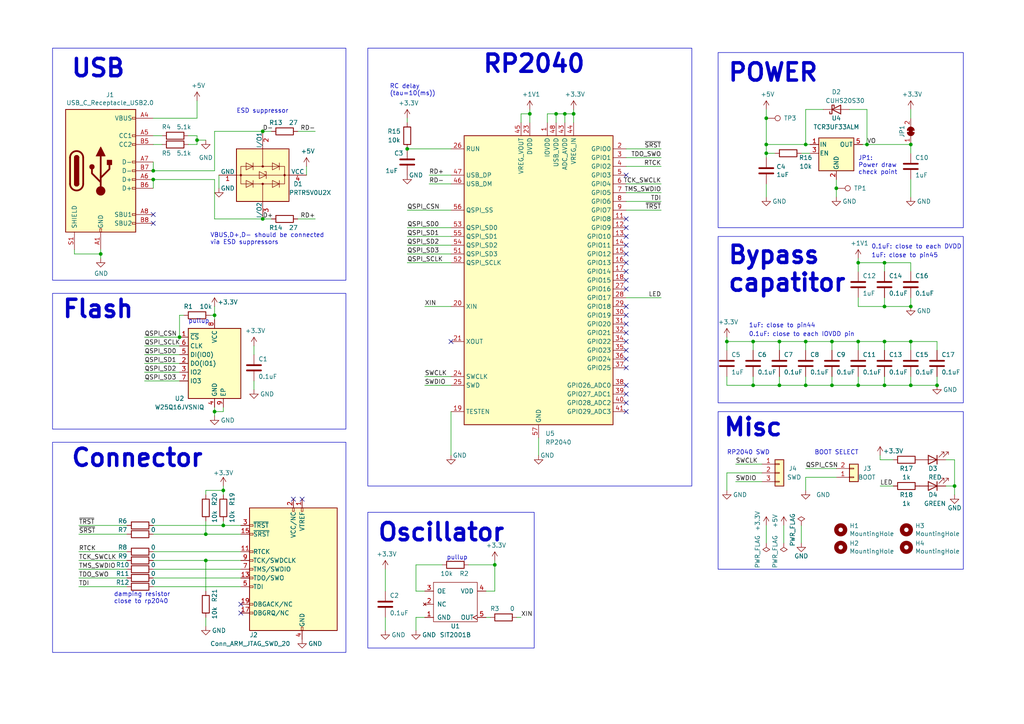
<source format=kicad_sch>
(kicad_sch (version 20230121) (generator eeschema)
  (paper "A4")
  (title_block (title "RP2040 JTAG DEBUGGER") (date "2023-03-21") (rev "2022-03-21") (company "tnishinaga"))
  (junction (at 248.92 76.2))
  (junction (at 64.77 142.24))
  (junction (at 57.15 40.64))
  (junction (at 29.21 73.66))
  (junction (at 59.69 154.94))
  (junction (at 256.54 111.76))
  (junction (at 62.23 119.38))
  (junction (at 264.16 111.76))
  (junction (at 143.51 163.83))
  (junction (at 276.86 140.97))
  (junction (at 161.29 33.02))
  (junction (at 59.69 162.56))
  (junction (at 218.44 111.76))
  (junction (at 118.11 43.18))
  (junction (at 52.07 97.79))
  (junction (at 256.54 88.9))
  (junction (at 222.25 41.91))
  (junction (at 166.37 33.02))
  (junction (at 62.23 91.44))
  (junction (at 233.68 41.91))
  (junction (at 241.3 99.06))
  (junction (at 256.54 76.2))
  (junction (at 248.92 111.76))
  (junction (at 233.68 111.76))
  (junction (at 226.06 111.76))
  (junction (at 163.83 33.02))
  (junction (at 76.2 38.1))
  (junction (at 76.2 63.5))
  (junction (at 222.25 44.45))
  (junction (at 242.57 54.61))
  (junction (at 210.82 99.06))
  (junction (at 226.06 99.06))
  (junction (at 251.46 41.91))
  (junction (at 44.45 49.53))
  (junction (at 64.77 152.4))
  (junction (at 264.16 99.06))
  (junction (at 44.45 52.07))
  (junction (at 256.54 99.06))
  (junction (at 233.68 99.06))
  (junction (at 248.92 99.06))
  (junction (at 241.3 111.76))
  (junction (at 222.25 34.29))
  (junction (at 153.67 33.02))
  (junction (at 218.44 99.06))
  (junction (at 264.16 41.91))
  (junction (at 271.78 111.76))
  (junction (at 264.16 88.9))
  (no_connect (at 85.09 144.78))
  (no_connect (at 181.61 83.82))
  (no_connect (at 130.81 99.06))
  (no_connect (at 181.61 66.04))
  (no_connect (at 181.61 68.58))
  (no_connect (at 44.45 62.23))
  (no_connect (at 69.85 177.8))
  (no_connect (at 181.61 119.38))
  (no_connect (at 181.61 93.98))
  (no_connect (at 181.61 99.06))
  (no_connect (at 181.61 106.68))
  (no_connect (at 181.61 76.2))
  (no_connect (at 44.45 64.77))
  (no_connect (at 181.61 63.5))
  (no_connect (at 181.61 111.76))
  (no_connect (at 181.61 78.74))
  (no_connect (at 181.61 101.6))
  (no_connect (at 181.61 114.3))
  (no_connect (at 181.61 91.44))
  (no_connect (at 69.85 175.26))
  (no_connect (at 181.61 81.28))
  (no_connect (at 181.61 116.84))
  (no_connect (at 181.61 104.14))
  (no_connect (at 181.61 50.8))
  (no_connect (at 87.63 144.78))
  (no_connect (at 181.61 96.52))
  (no_connect (at 181.61 73.66))
  (no_connect (at 181.61 88.9))
  (no_connect (at 181.61 71.12))
  (wire (pts (xy 44.45 46.99) (xy 44.45 49.53)))
  (wire (pts (xy 52.07 110.49) (xy 41.91 110.49)))
  (wire (pts (xy 241.3 109.22) (xy 241.3 111.76)))
  (wire (pts (xy 44.45 160.02) (xy 69.85 160.02)))
  (wire (pts (xy 64.77 152.4) (xy 69.85 152.4)))
  (wire (pts (xy 76.2 63.5) (xy 78.74 63.5)))
  (wire (pts (xy 248.92 74.93) (xy 248.92 76.2)))
  (wire (pts (xy 251.46 31.75) (xy 251.46 41.91)))
  (wire (pts (xy 130.81 119.38) (xy 130.81 132.08)))
  (wire (pts (xy 264.16 86.36) (xy 264.16 88.9)))
  (wire (pts (xy 276.86 140.97) (xy 274.32 140.97)))
  (wire (pts (xy 181.61 43.18) (xy 191.77 43.18)))
  (wire (pts (xy 210.82 137.16) (xy 210.82 142.24)))
  (wire (pts (xy 233.68 109.22) (xy 233.68 111.76)))
  (wire (pts (xy 256.54 111.76) (xy 264.16 111.76)))
  (wire (pts (xy 226.06 99.06) (xy 233.68 99.06)))
  (wire (pts (xy 57.15 39.37) (xy 57.15 40.64)))
  (wire (pts (xy 60.96 91.44) (xy 62.23 91.44)))
  (wire (pts (xy 248.92 88.9) (xy 256.54 88.9)))
  (wire (pts (xy 21.59 73.66) (xy 21.59 72.39)))
  (wire (pts (xy 62.23 118.11) (xy 62.23 119.38)))
  (wire (pts (xy 166.37 33.02) (xy 166.37 35.56)))
  (wire (pts (xy 227.33 152.4) (xy 227.33 157.48)))
  (wire (pts (xy 62.23 52.07) (xy 62.23 63.5)))
  (wire (pts (xy 181.61 45.72) (xy 191.77 45.72)))
  (wire (pts (xy 222.25 44.45) (xy 222.25 45.72)))
  (wire (pts (xy 242.57 138.43) (xy 233.68 138.43)))
  (wire (pts (xy 210.82 111.76) (xy 218.44 111.76)))
  (wire (pts (xy 86.36 38.1) (xy 91.44 38.1)))
  (wire (pts (xy 218.44 99.06) (xy 226.06 99.06)))
  (wire (pts (xy 62.23 91.44) (xy 62.23 92.71)))
  (wire (pts (xy 44.45 152.4) (xy 64.77 152.4)))
  (wire (pts (xy 222.25 41.91) (xy 222.25 44.45)))
  (wire (pts (xy 54.61 39.37) (xy 57.15 39.37)))
  (wire (pts (xy 118.11 43.18) (xy 130.81 43.18)))
  (wire (pts (xy 123.19 179.07) (xy 120.65 179.07)))
  (wire (pts (xy 59.69 154.94) (xy 69.85 154.94)))
  (wire (pts (xy 276.86 133.35) (xy 276.86 140.97)))
  (wire (pts (xy 62.23 63.5) (xy 76.2 63.5)))
  (wire (pts (xy 120.65 163.83) (xy 120.65 171.45)))
  (wire (pts (xy 118.11 68.58) (xy 130.81 68.58)))
  (wire (pts (xy 233.68 138.43) (xy 233.68 142.24)))
  (wire (pts (xy 248.92 76.2) (xy 256.54 76.2)))
  (wire (pts (xy 44.45 167.64) (xy 69.85 167.64)))
  (wire (pts (xy 22.86 160.02) (xy 36.83 160.02)))
  (wire (pts (xy 238.76 31.75) (xy 233.68 31.75)))
  (wire (pts (xy 59.69 162.56) (xy 59.69 171.45)))
  (wire (pts (xy 158.75 35.56) (xy 158.75 33.02)))
  (wire (pts (xy 120.65 179.07) (xy 120.65 182.88)))
  (wire (pts (xy 44.45 49.53) (xy 62.23 49.53)))
  (wire (pts (xy 271.78 99.06) (xy 264.16 99.06)))
  (wire (pts (xy 242.57 54.61) (xy 242.57 57.15)))
  (wire (pts (xy 242.57 52.07) (xy 242.57 54.61)))
  (wire (pts (xy 118.11 76.2) (xy 130.81 76.2)))
  (wire (pts (xy 64.77 142.24) (xy 59.69 142.24)))
  (wire (pts (xy 241.3 111.76) (xy 248.92 111.76)))
  (wire (pts (xy 264.16 111.76) (xy 264.16 109.22)))
  (wire (pts (xy 256.54 109.22) (xy 256.54 111.76)))
  (wire (pts (xy 44.45 52.07) (xy 62.23 52.07)))
  (wire (pts (xy 210.82 109.22) (xy 210.82 111.76)))
  (wire (pts (xy 218.44 101.6) (xy 218.44 99.06)))
  (wire (pts (xy 241.3 101.6) (xy 241.3 99.06)))
  (wire (pts (xy 241.3 99.06) (xy 248.92 99.06)))
  (wire (pts (xy 256.54 86.36) (xy 256.54 88.9)))
  (wire (pts (xy 161.29 33.02) (xy 163.83 33.02)))
  (wire (pts (xy 222.25 41.91) (xy 233.68 41.91)))
  (wire (pts (xy 22.86 170.18) (xy 36.83 170.18)))
  (wire (pts (xy 22.86 154.94) (xy 36.83 154.94)))
  (wire (pts (xy 156.21 127) (xy 156.21 132.08)))
  (wire (pts (xy 153.67 33.02) (xy 153.67 35.56)))
  (wire (pts (xy 123.19 109.22) (xy 130.81 109.22)))
  (wire (pts (xy 73.66 100.33) (xy 73.66 102.87)))
  (wire (pts (xy 271.78 101.6) (xy 271.78 99.06)))
  (wire (pts (xy 140.97 179.07) (xy 142.24 179.07)))
  (wire (pts (xy 248.92 111.76) (xy 256.54 111.76)))
  (wire (pts (xy 73.66 113.03) (xy 73.66 110.49)))
  (wire (pts (xy 226.06 111.76) (xy 233.68 111.76)))
  (wire (pts (xy 44.45 162.56) (xy 59.69 162.56)))
  (wire (pts (xy 264.16 99.06) (xy 264.16 101.6)))
  (wire (pts (xy 161.29 33.02) (xy 161.29 35.56)))
  (wire (pts (xy 29.21 72.39) (xy 29.21 73.66)))
  (wire (pts (xy 232.41 44.45) (xy 234.95 44.45)))
  (wire (pts (xy 118.11 34.29) (xy 118.11 35.56)))
  (wire (pts (xy 64.77 118.11) (xy 64.77 119.38)))
  (wire (pts (xy 44.45 54.61) (xy 44.45 52.07)))
  (wire (pts (xy 153.67 33.02) (xy 151.13 33.02)))
  (wire (pts (xy 158.75 33.02) (xy 161.29 33.02)))
  (wire (pts (xy 44.45 41.91) (xy 46.99 41.91)))
  (wire (pts (xy 256.54 88.9) (xy 264.16 88.9)))
  (wire (pts (xy 135.89 163.83) (xy 143.51 163.83)))
  (wire (pts (xy 124.46 50.8) (xy 130.81 50.8)))
  (wire (pts (xy 86.36 63.5) (xy 91.44 63.5)))
  (wire (pts (xy 59.69 151.13) (xy 59.69 154.94)))
  (wire (pts (xy 210.82 99.06) (xy 218.44 99.06)))
  (wire (pts (xy 41.91 100.33) (xy 52.07 100.33)))
  (wire (pts (xy 233.68 135.89) (xy 242.57 135.89)))
  (wire (pts (xy 226.06 109.22) (xy 226.06 111.76)))
  (wire (pts (xy 233.68 101.6) (xy 233.68 99.06)))
  (wire (pts (xy 233.68 99.06) (xy 241.3 99.06)))
  (wire (pts (xy 163.83 33.02) (xy 166.37 33.02)))
  (wire (pts (xy 64.77 151.13) (xy 64.77 152.4)))
  (wire (pts (xy 181.61 60.96) (xy 191.77 60.96)))
  (wire (pts (xy 64.77 142.24) (xy 64.77 143.51)))
  (wire (pts (xy 181.61 48.26) (xy 191.77 48.26)))
  (wire (pts (xy 256.54 99.06) (xy 264.16 99.06)))
  (wire (pts (xy 248.92 76.2) (xy 248.92 78.74)))
  (wire (pts (xy 22.86 167.64) (xy 36.83 167.64)))
  (wire (pts (xy 57.15 29.21) (xy 57.15 34.29)))
  (wire (pts (xy 59.69 179.07) (xy 59.69 181.61)))
  (wire (pts (xy 153.67 31.75) (xy 153.67 33.02)))
  (wire (pts (xy 222.25 44.45) (xy 224.79 44.45)))
  (wire (pts (xy 181.61 58.42) (xy 191.77 58.42)))
  (wire (pts (xy 274.32 133.35) (xy 276.86 133.35)))
  (wire (pts (xy 222.25 34.29) (xy 222.25 41.91)))
  (wire (pts (xy 233.68 41.91) (xy 234.95 41.91)))
  (wire (pts (xy 149.86 179.07) (xy 151.13 179.07)))
  (wire (pts (xy 111.76 182.88) (xy 111.76 179.07)))
  (wire (pts (xy 264.16 111.76) (xy 271.78 111.76)))
  (wire (pts (xy 166.37 31.75) (xy 166.37 33.02)))
  (wire (pts (xy 44.45 154.94) (xy 59.69 154.94)))
  (wire (pts (xy 62.23 119.38) (xy 62.23 120.65)))
  (wire (pts (xy 130.81 60.96) (xy 118.11 60.96)))
  (wire (pts (xy 59.69 162.56) (xy 69.85 162.56)))
  (wire (pts (xy 256.54 76.2) (xy 264.16 76.2)))
  (wire (pts (xy 29.21 73.66) (xy 29.21 74.93)))
  (wire (pts (xy 118.11 73.66) (xy 130.81 73.66)))
  (wire (pts (xy 44.45 34.29) (xy 57.15 34.29)))
  (wire (pts (xy 143.51 163.83) (xy 143.51 171.45)))
  (wire (pts (xy 220.98 137.16) (xy 210.82 137.16)))
  (wire (pts (xy 57.15 40.64) (xy 57.15 41.91)))
  (wire (pts (xy 22.86 152.4) (xy 36.83 152.4)))
  (wire (pts (xy 44.45 170.18) (xy 69.85 170.18)))
  (wire (pts (xy 251.46 41.91) (xy 264.16 41.91)))
  (wire (pts (xy 213.36 134.62) (xy 220.98 134.62)))
  (wire (pts (xy 226.06 101.6) (xy 226.06 99.06)))
  (wire (pts (xy 264.16 41.91) (xy 264.16 44.45)))
  (wire (pts (xy 248.92 99.06) (xy 256.54 99.06)))
  (wire (pts (xy 52.07 102.87) (xy 41.91 102.87)))
  (wire (pts (xy 151.13 33.02) (xy 151.13 35.56)))
  (wire (pts (xy 76.2 38.1) (xy 62.23 38.1)))
  (wire (pts (xy 250.19 41.91) (xy 251.46 41.91)))
  (wire (pts (xy 255.27 140.97) (xy 259.08 140.97)))
  (wire (pts (xy 256.54 78.74) (xy 256.54 76.2)))
  (wire (pts (xy 62.23 88.9) (xy 62.23 91.44)))
  (wire (pts (xy 52.07 91.44) (xy 52.07 97.79)))
  (wire (pts (xy 62.23 38.1) (xy 62.23 49.53)))
  (wire (pts (xy 248.92 109.22) (xy 248.92 111.76)))
  (wire (pts (xy 264.16 52.07) (xy 264.16 57.15)))
  (wire (pts (xy 41.91 107.95) (xy 52.07 107.95)))
  (wire (pts (xy 255.27 133.35) (xy 259.08 133.35)))
  (wire (pts (xy 276.86 143.51) (xy 276.86 140.97)))
  (wire (pts (xy 246.38 31.75) (xy 251.46 31.75)))
  (wire (pts (xy 46.99 39.37) (xy 44.45 39.37)))
  (wire (pts (xy 271.78 109.22) (xy 271.78 111.76)))
  (wire (pts (xy 181.61 53.34) (xy 191.77 53.34)))
  (wire (pts (xy 130.81 66.04) (xy 118.11 66.04)))
  (wire (pts (xy 63.5 50.8) (xy 63.5 54.61)))
  (wire (pts (xy 120.65 171.45) (xy 123.19 171.45)))
  (wire (pts (xy 53.34 91.44) (xy 52.07 91.44)))
  (wire (pts (xy 123.19 88.9) (xy 130.81 88.9)))
  (wire (pts (xy 248.92 86.36) (xy 248.92 88.9)))
  (wire (pts (xy 255.27 133.35) (xy 255.27 132.08)))
  (wire (pts (xy 222.25 152.4) (xy 222.25 157.48)))
  (wire (pts (xy 41.91 105.41) (xy 52.07 105.41)))
  (wire (pts (xy 76.2 38.1) (xy 78.74 38.1)))
  (wire (pts (xy 88.9 48.26) (xy 88.9 50.8)))
  (wire (pts (xy 218.44 111.76) (xy 226.06 111.76)))
  (wire (pts (xy 62.23 119.38) (xy 64.77 119.38)))
  (wire (pts (xy 111.76 165.1) (xy 111.76 171.45)))
  (wire (pts (xy 29.21 73.66) (xy 21.59 73.66)))
  (wire (pts (xy 222.25 53.34) (xy 222.25 57.15)))
  (wire (pts (xy 64.77 140.97) (xy 64.77 142.24)))
  (wire (pts (xy 264.16 31.75) (xy 264.16 34.29)))
  (wire (pts (xy 124.46 53.34) (xy 130.81 53.34)))
  (wire (pts (xy 59.69 142.24) (xy 59.69 143.51)))
  (wire (pts (xy 181.61 86.36) (xy 191.77 86.36)))
  (wire (pts (xy 233.68 31.75) (xy 233.68 41.91)))
  (wire (pts (xy 54.61 41.91) (xy 57.15 41.91)))
  (wire (pts (xy 22.86 162.56) (xy 36.83 162.56)))
  (wire (pts (xy 130.81 71.12) (xy 118.11 71.12)))
  (wire (pts (xy 256.54 101.6) (xy 256.54 99.06)))
  (wire (pts (xy 143.51 171.45) (xy 140.97 171.45)))
  (wire (pts (xy 210.82 99.06) (xy 210.82 101.6)))
  (wire (pts (xy 264.16 78.74) (xy 264.16 76.2)))
  (wire (pts (xy 210.82 97.79) (xy 210.82 99.06)))
  (wire (pts (xy 233.68 111.76) (xy 241.3 111.76)))
  (wire (pts (xy 163.83 33.02) (xy 163.83 35.56)))
  (wire (pts (xy 143.51 162.56) (xy 143.51 163.83)))
  (wire (pts (xy 41.91 97.79) (xy 52.07 97.79)))
  (wire (pts (xy 248.92 101.6) (xy 248.92 99.06)))
  (wire (pts (xy 57.15 40.64) (xy 59.69 40.64)))
  (wire (pts (xy 181.61 55.88) (xy 191.77 55.88)))
  (wire (pts (xy 128.27 163.83) (xy 120.65 163.83)))
  (wire (pts (xy 232.41 152.4) (xy 232.41 157.48)))
  (wire (pts (xy 213.36 139.7) (xy 220.98 139.7)))
  (wire (pts (xy 123.19 111.76) (xy 130.81 111.76)))
  (wire (pts (xy 218.44 109.22) (xy 218.44 111.76)))
  (wire (pts (xy 44.45 165.1) (xy 69.85 165.1)))
  (wire (pts (xy 22.86 165.1) (xy 36.83 165.1)))
  (wire (pts (xy 222.25 31.75) (xy 222.25 34.29)))
  (rectangle (start 208.28 119.38) (end 279.4 165.1))
  (rectangle (start 106.68 13.97) (end 200.66 140.97))
  (rectangle (start 15.24 13.97) (end 100.33 81.28))
  (rectangle (start 106.68 148.59) (end 154.94 187.96))
  (rectangle (start 15.24 128.27) (end 100.33 189.23))
  (rectangle (start 208.28 15.24) (end 279.4 66.04))
  (rectangle (start 208.28 68.58) (end 279.4 116.84))
  (rectangle (start 15.24 85.09) (end 100.33 124.46))
  (text "Misc" (at 209.55 127 0) (effects (font (size 5.0038 5.0038) (thickness 1.0008) bold) (justify left bottom)))
  (text "Flash" (at 17.78 92.71 0) (effects (font (size 5.0038 5.0038) (thickness 1.0008) bold) (justify left bottom)))
  (text "RP2040" (at 139.7 21.59 0) (effects (font (size 5.0038 5.0038) (thickness 1.0008) bold) (justify left bottom)))
  (text "pullup" (at 54.61 93.98 0) (effects (font (size 1.27 1.27)) (justify left bottom)))
  (text "1uF: close to pin45" (at 252.73 74.93 0) (effects (font (size 1.27 1.27)) (justify left bottom)))
  (text "0.1uF: close to each IOVDD pin" (at 217.17 97.79 0) (effects (font (size 1.27 1.27)) (justify left bottom)))
  (text "POWER" (at 210.82 24.13 0) (effects (font (size 5.0038 5.0038) (thickness 1.0008) bold) (justify left bottom)))
  (text "VBUS,D+,D- should be connected \nvia ESD suppressors" (at 60.96 71.12 0) (effects (font (size 1.27 1.27)) (justify left bottom)))
  (text "BOOT SELECT" (at 236.22 132.08 0) (effects (font (size 1.27 1.27)) (justify left bottom)))
  (text "damping resistor\nclose to rp2040" (at 33.02 175.26 0) (effects (font (size 1.27 1.27)) (justify left bottom)))
  (text "RC delay\n(tau=10(ms))" (at 113.03 27.94 0) (effects (font (size 1.27 1.27)) (justify left bottom)))
  (text "Connector" (at 20.32 135.89 0) (effects (font (size 5.0038 5.0038) (thickness 1.0008) bold) (justify left bottom)))
  (text "RP2040 SWD" (at 210.82 132.08 0) (effects (font (size 1.27 1.27)) (justify left bottom)))
  (text "Oscillator" (at 109.22 157.48 0) (effects (font (size 5.0038 5.0038) (thickness 1.0008) bold) (justify left bottom)))
  (text "1uF: close to pin44" (at 217.17 95.25 0) (effects (font (size 1.27 1.27)) (justify left bottom)))
  (text "Bypass\ncapatitor" (at 210.82 85.09 0) (effects (font (size 5.0038 5.0038) (thickness 1.0008) bold) (justify left bottom)))
  (text "0.1uF: close to each DVDD" (at 252.73 72.39 0) (effects (font (size 1.27 1.27)) (justify left bottom)))
  (text "JP1:\nPower draw\ncheck point" (at 248.92 50.8 0) (effects (font (size 1.27 1.27)) (justify left bottom)))
  (text "pullup" (at 129.54 162.56 0) (effects (font (size 1.27 1.27)) (justify left bottom)))
  (text "ESD suppressor" (at 68.58 33.02 0) (effects (font (size 1.27 1.27)) (justify left bottom)))
  (text "USB" (at 20.32 22.86 0) (effects (font (size 5.0038 5.0038) (thickness 1.0008) bold) (justify left bottom)))
  (label "QSPI_SD3" (at 118.11 73.66 0))
  (label "RTCK" (at 191.77 48.26 180))
  (label "QSPI_SD3" (at 41.91 110.49 0))
  (label "QSPI_CSN" (at 41.91 97.79 0))
  (label "LED" (at 255.27 140.97 0))
  (label "TCK_SWCLK" (at 22.86 162.56 0))
  (label "TCK_SWCLK" (at 191.77 53.34 180))
  (label "XIN" (at 151.13 179.07 0))
  (label "TDO_SWO" (at 191.77 45.72 180))
  (label "SWCLK" (at 123.19 109.22 0))
  (label "QSPI_SD2" (at 41.91 107.95 0))
  (label "TDI" (at 191.77 58.42 180))
  (label "QSPI_CSN" (at 118.11 60.96 0))
  (label "D-" (at 76.2 38.1 0))
  (label "QSPI_SCLK" (at 41.91 100.33 0))
  (label "RD+" (at 124.46 50.8 0))
  (label "QSPI_SD1" (at 118.11 68.58 0))
  (label "TDO_SWO" (at 22.86 167.64 0))
  (label "D+" (at 76.2 63.5 0))
  (label "RTCK" (at 22.86 160.02 0))
  (label "QSPI_SD1" (at 41.91 105.41 0))
  (label "QSPI_SCLK" (at 118.11 76.2 0))
  (label "QSPI_SD0" (at 41.91 102.87 0))
  (label "XIN" (at 123.19 88.9 0))
  (label "QSPI_SD2" (at 118.11 71.12 0))
  (label "SWDIO" (at 123.19 111.76 0))
  (label "QSPI_CSN" (at 233.68 135.89 0))
  (label "~{TRST}" (at 22.86 152.4 0))
  (label "TMS_SWDIO" (at 22.86 165.1 0))
  (label "~{SRST}" (at 191.77 43.18 180))
  (label "RD-" (at 124.46 53.34 0))
  (label "VO" (at 251.46 41.91 0))
  (label "QSPI_SD0" (at 118.11 66.04 0))
  (label "~{TRST}" (at 191.77 60.96 180))
  (label "LED" (at 191.77 86.36 180))
  (label "RD-" (at 91.44 38.1 180))
  (label "TMS_SWDIO" (at 191.77 55.88 180))
  (label "SWCLK" (at 213.36 134.62 0))
  (label "TDI" (at 22.86 170.18 0))
  (label "SWDIO" (at 213.36 139.7 0))
  (label "RD+" (at 91.44 63.5 180))
  (label "~{SRST}" (at 22.86 154.94 0))
  (symbol (lib_id "sit2001:SIT2001B") (at 132.08 175.26 0) (unit 1)
    (property "Reference" "U1" (at 132.08 181.61 0))
    (property "Value" "SIT2001B" (at 132.08 184.15 0))
    (property "Footprint" "Package_TO_SOT_SMD:SOT-23-5" (effects hide))
    (property "MPN" "SIT2001B" (effects hide))
  )
  (symbol (lib_id "Connector:USB_C_Receptacle_USB2.0") (at 29.21 49.53 0) (unit 1)
    (property "Reference" "J1" (at 31.9278 27.5082 0))
    (property "Value" "USB_C_Receptacle_USB2.0" (at 31.9278 29.8196 0))
    (property "Footprint" "Connector_USB:USB_C_Receptacle_HRO_TYPE-C-31-M-12" (effects hide))
    (property "Datasheet" "https://akizukidenshi.com/catalog/g/gC-14356/" (effects hide))
    (property "MPN" "5077CR-16SMC2-BK-TR" (effects hide))
  )
  (symbol (lib_id "Power_Protection:PRTR5V0U2X") (at 76.2 50.8 270) (unit 1)
    (property "Reference" "D1" (at 85.09 53.34 90) (effects (justify left)))
    (property "Value" "PRTR5V0U2X" (at 83.82 55.88 90) (effects (justify left)))
    (property "Footprint" "Package_TO_SOT_SMD:SOT-143" (effects hide))
    (property "Datasheet" "https://assets.nexperia.com/documents/data-sheet/PRTR5V0U2X.pdf" (effects hide))
    (property "MPN" "PRTR5V0U2X" (effects hide))
  )
  (symbol (lib_id "Device:R") (at 50.8 39.37 270) (unit 1)
    (property "Reference" "R4" (at 48.26 36.83 90))
    (property "Value" "5.1k" (at 53.34 36.83 90))
    (property "Footprint" "Resistor_SMD:R_0603_1608Metric" (effects hide))
    (property "MPN" "ERJ-3EKF5101V" (effects hide))
  )
  (symbol (lib_id "power:GND") (at 59.69 40.64 0) (unit 1)
    (property "Reference" "#PWR012" (effects hide))
    (property "Value" "GND" (at 59.69 45.72 0))
  )
  (symbol (lib_id "Device:R") (at 50.8 41.91 270) (unit 1)
    (property "Reference" "R5" (at 48.26 44.45 90))
    (property "Value" "5.1k" (at 53.34 44.45 90))
    (property "Footprint" "Resistor_SMD:R_0603_1608Metric" (effects hide))
    (property "MPN" "ERJ-3EKF5101V" (effects hide))
  )
  (symbol (lib_id "power:+5V") (at 57.15 29.21 0) (unit 1)
    (property "Reference" "#PWR011" (effects hide))
    (property "Value" "+5V" (at 57.531 24.8158 0))
  )
  (symbol (lib_id "power:GND") (at 29.21 74.93 0) (unit 1)
    (property "Reference" "#PWR09" (effects hide))
    (property "Value" "GND" (at 29.337 79.3242 0))
  )
  (symbol (lib_id "Device:R") (at 82.55 38.1 270) (unit 1)
    (property "Reference" "R13" (at 80.01 35.56 90))
    (property "Value" "27" (at 85.09 35.56 90))
    (property "Footprint" "Resistor_SMD:R_0603_1608Metric" (effects hide))
    (property "MPN" "ERJ-3EKF27R0V" (effects hide))
  )
  (symbol (lib_id "Device:R") (at 82.55 63.5 270) (unit 1)
    (property "Reference" "R14" (at 80.01 66.04 90))
    (property "Value" "27" (at 85.09 66.04 90))
    (property "Footprint" "Resistor_SMD:R_0603_1608Metric" (effects hide))
    (property "MPN" "ERJ-3EKF27R0V" (effects hide))
  )
  (symbol (lib_id "power:+3.3V") (at 73.66 100.33 0) (unit 1)
    (property "Reference" "#PWR01" (effects hide))
    (property "Value" "+3.3V" (at 74.041 95.9358 0))
  )
  (symbol (lib_id "Device:C") (at 73.66 106.68 0) (unit 1)
    (property "Reference" "C1" (at 74.93 104.14 0) (effects (justify left)))
    (property "Value" "0.1uF" (at 74.93 109.22 0) (effects (justify left)))
    (property "Footprint" "Capacitor_SMD:C_0603_1608Metric" (effects hide))
    (property "MPN" "C1608X7R1E104M080AA" (effects hide))
  )
  (symbol (lib_id "power:GND") (at 73.66 113.03 0) (unit 1)
    (property "Reference" "#PWR02" (effects hide))
    (property "Value" "GND" (at 77.47 114.3 0))
  )
  (symbol (lib_id "Device:R") (at 57.15 91.44 90) (unit 1)
    (property "Reference" "R1" (at 54.61 88.9 90))
    (property "Value" "10k" (at 59.69 88.9 90))
    (property "Footprint" "Resistor_SMD:R_0603_1608Metric" (effects hide))
    (property "MPN" "ERJ-3EKF1002V" (effects hide))
  )
  (symbol (lib_id "Device:R") (at 132.08 163.83 90) (unit 1)
    (property "Reference" "R2" (at 134.62 166.37 90))
    (property "Value" "10k" (at 129.54 166.37 90))
    (property "Footprint" "Resistor_SMD:R_0603_1608Metric" (effects hide))
    (property "MPN" "ERJ-3EKF1002V" (effects hide))
  )
  (symbol (lib_id "power:+3.3V") (at 143.51 162.56 0) (unit 1)
    (property "Reference" "#PWR010" (effects hide))
    (property "Value" "+3.3V" (at 143.891 158.1658 0))
  )
  (symbol (lib_id "power:GND") (at 120.65 182.88 0) (unit 1)
    (property "Reference" "#PWR06" (effects hide))
    (property "Value" "GND" (at 124.46 184.15 0))
  )
  (symbol (lib_id "power:+3.3V") (at 111.76 165.1 0) (unit 1)
    (property "Reference" "#PWR04" (effects hide))
    (property "Value" "+3.3V" (at 112.141 160.7058 0))
  )
  (symbol (lib_id "Device:C") (at 111.76 175.26 0) (unit 1)
    (property "Reference" "C2" (at 113.03 172.72 0) (effects (justify left)))
    (property "Value" "0.1uF" (at 113.03 177.8 0) (effects (justify left)))
    (property "Footprint" "Capacitor_SMD:C_0603_1608Metric" (effects hide))
    (property "MPN" "C1608X7R1E104M080AA" (effects hide))
  )
  (symbol (lib_id "power:GND") (at 111.76 182.88 0) (unit 1)
    (property "Reference" "#PWR05" (effects hide))
    (property "Value" "GND" (at 115.57 184.15 0))
  )
  (symbol (lib_id "Connector:Conn_ARM_JTAG_SWD_20") (at 85.09 165.1 0) (mirror y) (unit 1)
    (property "Reference" "J2" (at 72.39 184.15 0) (effects (justify right)))
    (property "Value" "Conn_ARM_JTAG_SWD_20" (at 60.96 186.69 0) (effects (justify right)))
    (property "Footprint" "Connector_IDC:IDC-Header_2x10_P2.54mm_Vertical" (effects hide))
    (property "Datasheet" "http://infocenter.arm.com/help/topic/com.arm.doc.dui0499b/DUI0499B_system_design_reference.pdf" (effects hide))
  )
  (symbol (lib_id "power:GND") (at 87.63 185.42 0) (unit 1)
    (property "Reference" "#PWR018" (effects hide))
    (property "Value" "GND" (at 91.44 186.69 0))
  )
  (symbol (lib_id "power:+3.3V") (at 210.82 97.79 0) (unit 1)
    (property "Reference" "#PWR023" (effects hide))
    (property "Value" "+3.3V" (at 211.201 93.3958 0))
  )
  (symbol (lib_id "Device:C") (at 210.82 105.41 0) (unit 1)
    (property "Reference" "C5" (at 212.09 102.87 0) (effects (justify left)))
    (property "Value" "1uF" (at 212.09 107.95 0) (effects (justify left)))
    (property "Footprint" "Capacitor_SMD:C_0603_1608Metric" (effects hide))
    (property "MPN" "C0603C105K8PACTU" (effects hide))
  )
  (symbol (lib_id "Device:C") (at 218.44 105.41 0) (unit 1)
    (property "Reference" "C6" (at 219.71 102.87 0) (effects (justify left)))
    (property "Value" "0.1uF" (at 219.71 107.95 0) (effects (justify left)))
    (property "Footprint" "Capacitor_SMD:C_0603_1608Metric" (effects hide))
    (property "MPN" "C1608X7R1E104M080AA" (effects hide))
  )
  (symbol (lib_id "Device:C") (at 226.06 105.41 0) (unit 1)
    (property "Reference" "C7" (at 227.33 102.87 0) (effects (justify left)))
    (property "Value" "0.1uF" (at 227.33 107.95 0) (effects (justify left)))
    (property "Footprint" "Capacitor_SMD:C_0603_1608Metric" (effects hide))
    (property "MPN" "C1608X7R1E104M080AA" (effects hide))
  )
  (symbol (lib_id "Device:C") (at 233.68 105.41 0) (unit 1)
    (property "Reference" "C8" (at 234.95 102.87 0) (effects (justify left)))
    (property "Value" "0.1uF" (at 234.95 107.95 0) (effects (justify left)))
    (property "Footprint" "Capacitor_SMD:C_0603_1608Metric" (effects hide))
    (property "MPN" "C1608X7R1E104M080AA" (effects hide))
  )
  (symbol (lib_id "Device:C") (at 241.3 105.41 0) (unit 1)
    (property "Reference" "C9" (at 242.57 102.87 0) (effects (justify left)))
    (property "Value" "0.1uF" (at 242.57 107.95 0) (effects (justify left)))
    (property "Footprint" "Capacitor_SMD:C_0603_1608Metric" (effects hide))
    (property "MPN" "C1608X7R1E104M080AA" (effects hide))
  )
  (symbol (lib_id "Device:C") (at 248.92 105.41 0) (unit 1)
    (property "Reference" "C11" (at 250.19 102.87 0) (effects (justify left)))
    (property "Value" "0.1uF" (at 250.19 107.95 0) (effects (justify left)))
    (property "Footprint" "Capacitor_SMD:C_0603_1608Metric" (effects hide))
    (property "MPN" "C1608X7R1E104M080AA" (effects hide))
  )
  (symbol (lib_id "Device:C") (at 256.54 105.41 0) (unit 1)
    (property "Reference" "C13" (at 257.81 102.87 0) (effects (justify left)))
    (property "Value" "0.1uF" (at 257.81 107.95 0) (effects (justify left)))
    (property "Footprint" "Capacitor_SMD:C_0603_1608Metric" (effects hide))
    (property "MPN" "C1608X7R1E104M080AA" (effects hide))
  )
  (symbol (lib_id "Device:C") (at 264.16 105.41 0) (unit 1)
    (property "Reference" "C15" (at 265.43 102.87 0) (effects (justify left)))
    (property "Value" "0.1uF" (at 265.43 107.95 0) (effects (justify left)))
    (property "Footprint" "Capacitor_SMD:C_0603_1608Metric" (effects hide))
    (property "MPN" "C1608X7R1E104M080AA" (effects hide))
  )
  (symbol (lib_id "power:GND") (at 271.78 111.76 0) (unit 1)
    (property "Reference" "#PWR036" (effects hide))
    (property "Value" "GND" (at 275.59 113.03 0))
  )
  (symbol (lib_id "Device:R") (at 40.64 152.4 90) (unit 1)
    (property "Reference" "R6" (at 35.56 151.13 90))
    (property "Value" "0" (at 44.45 151.13 90))
    (property "Footprint" "Resistor_SMD:R_0603_1608Metric" (effects hide))
    (property "MPN" "RK73Z1JTTD" (effects hide))
  )
  (symbol (lib_id "Device:R") (at 40.64 154.94 90) (unit 1)
    (property "Reference" "R7" (at 35.56 153.67 90))
    (property "Value" "0" (at 44.45 153.67 90))
    (property "Footprint" "Resistor_SMD:R_0603_1608Metric" (effects hide))
    (property "MPN" "RK73Z1JTTD" (effects hide))
  )
  (symbol (lib_id "Memory_Flash:W25Q32JVZP") (at 62.23 105.41 0) (unit 1)
    (property "Reference" "U2" (at 52.07 115.57 0))
    (property "Value" "W25Q16JVSNIQ" (at 52.07 118.11 0))
    (property "Footprint" "Package_SO:SO-8_3.9x4.9mm_P1.27mm" (effects hide))
    (property "Datasheet" "http://www.winbond.com/resource-files/w25q32jv%20revg%2003272018%20plus.pdf" (effects hide))
    (property "MPN" "W25Q16JVSNIQ" (effects hide))
  )
  (symbol (lib_id "Device:R") (at 118.11 39.37 0) (unit 1)
    (property "Reference" "R15" (at 114.3 38.1 0))
    (property "Value" "10k" (at 114.3 40.64 0))
    (property "Footprint" "Resistor_SMD:R_0603_1608Metric" (effects hide))
    (property "MPN" "ERJ-3EKF1002V" (effects hide))
  )
  (symbol (lib_id "Device:C") (at 118.11 46.99 0) (unit 1)
    (property "Reference" "C3" (at 114.3 44.45 0) (effects (justify left)))
    (property "Value" "1uF" (at 111.76 49.53 0) (effects (justify left)))
    (property "Footprint" "Capacitor_SMD:C_0603_1608Metric" (effects hide))
    (property "MPN" "C1608X7R1E104M080AA" (effects hide))
  )
  (symbol (lib_id "power:+3.3V") (at 118.11 34.29 0) (unit 1)
    (property "Reference" "#PWR014" (effects hide))
    (property "Value" "+3.3V" (at 118.491 29.8958 0))
  )
  (symbol (lib_id "power:GND") (at 118.11 50.8 0) (unit 1)
    (property "Reference" "#PWR015" (effects hide))
    (property "Value" "GND" (at 120.65 50.8 0))
  )
  (symbol (lib_id "power:+3.3V") (at 62.23 88.9 0) (unit 1)
    (property "Reference" "#PWR07" (effects hide))
    (property "Value" "+3.3V" (at 66.04 87.63 0))
  )
  (symbol (lib_id "Device:R") (at 40.64 162.56 90) (unit 1)
    (property "Reference" "R9" (at 35.56 161.29 90))
    (property "Value" "0" (at 44.45 161.29 90))
    (property "Footprint" "Resistor_SMD:R_0603_1608Metric" (effects hide))
    (property "MPN" "RK73Z1JTTD" (effects hide))
  )
  (symbol (lib_id "Device:R") (at 40.64 165.1 90) (unit 1)
    (property "Reference" "R10" (at 35.56 163.83 90))
    (property "Value" "0" (at 44.45 163.83 90))
    (property "Footprint" "Resistor_SMD:R_0603_1608Metric" (effects hide))
    (property "MPN" "RK73Z1JTTD" (effects hide))
  )
  (symbol (lib_id "Device:R") (at 40.64 167.64 90) (unit 1)
    (property "Reference" "R11" (at 35.56 166.37 90))
    (property "Value" "0" (at 44.45 166.37 90))
    (property "Footprint" "Resistor_SMD:R_0603_1608Metric" (effects hide))
    (property "MPN" "RK73Z1JTTD" (effects hide))
  )
  (symbol (lib_id "Device:R") (at 40.64 170.18 90) (unit 1)
    (property "Reference" "R12" (at 35.56 168.91 90))
    (property "Value" "0" (at 44.45 168.91 90))
    (property "Footprint" "Resistor_SMD:R_0603_1608Metric" (effects hide))
    (property "MPN" "RK73Z1JTTD" (effects hide))
  )
  (symbol (lib_id "power:GND") (at 62.23 120.65 0) (unit 1)
    (property "Reference" "#PWR08" (effects hide))
    (property "Value" "GND" (at 66.04 121.92 0))
  )
  (symbol (lib_id "power:GND") (at 233.68 142.24 0) (unit 1)
    (property "Reference" "#PWR031" (effects hide))
    (property "Value" "GND" (at 238.76 143.51 0))
  )
  (symbol (lib_id "Device:C") (at 271.78 105.41 0) (unit 1)
    (property "Reference" "C17" (at 273.05 102.87 0) (effects (justify left)))
    (property "Value" "0.1uF" (at 273.05 107.95 0) (effects (justify left)))
    (property "Footprint" "Capacitor_SMD:C_0603_1608Metric" (effects hide))
    (property "MPN" "C1608X7R1E104M080AA" (effects hide))
  )
  (symbol (lib_id "Mechanical:MountingHole") (at 243.84 153.67 0) (unit 1)
    (property "Reference" "H1" (at 246.38 152.5016 0) (effects (justify left)))
    (property "Value" "MountingHole" (at 246.38 154.813 0) (effects (justify left)))
    (property "Footprint" "MountingHole:MountingHole_3mm" (effects hide))
  )
  (symbol (lib_id "Mechanical:MountingHole") (at 243.84 158.75 0) (unit 1)
    (property "Reference" "H2" (at 246.38 157.5816 0) (effects (justify left)))
    (property "Value" "MountingHole" (at 246.38 159.893 0) (effects (justify left)))
    (property "Footprint" "MountingHole:MountingHole_3mm" (effects hide))
  )
  (symbol (lib_id "Mechanical:MountingHole") (at 262.89 153.67 0) (unit 1)
    (property "Reference" "H3" (at 265.43 152.5016 0) (effects (justify left)))
    (property "Value" "MountingHole" (at 265.43 154.813 0) (effects (justify left)))
    (property "Footprint" "MountingHole:MountingHole_3mm" (effects hide))
  )
  (symbol (lib_id "Mechanical:MountingHole") (at 262.89 158.75 0) (unit 1)
    (property "Reference" "H4" (at 265.43 157.5816 0) (effects (justify left)))
    (property "Value" "MountingHole" (at 265.43 159.893 0) (effects (justify left)))
    (property "Footprint" "MountingHole:MountingHole_3mm" (effects hide))
  )
  (symbol (lib_id "Device:LED") (at 270.51 140.97 180) (unit 1)
    (property "Reference" "D4" (at 269.24 143.51 0) (effects (justify right)))
    (property "Value" "GREEN" (at 267.97 146.05 0) (effects (justify right)))
    (property "Footprint" "Diode_SMD:D_0603_1608Metric" (effects hide))
    (property "MPN" "OSG50603C1E" (effects hide))
  )
  (symbol (lib_id "Device:R") (at 262.89 140.97 90) (unit 1)
    (property "Reference" "R18" (at 262.89 143.51 90))
    (property "Value" "1k" (at 262.89 146.05 90))
    (property "Footprint" "Resistor_SMD:R_0603_1608Metric" (effects hide))
    (property "MPN" "RC0603FR-131KL" (effects hide))
  )
  (symbol (lib_id "Connector:TestPoint") (at 222.25 34.29 270) (unit 1)
    (property "Reference" "TP3" (at 227.33 34.29 90) (effects (justify left)))
    (property "Value" "TestPoint" (effects hide))
    (property "Footprint" "TestPoint:TestPoint_Pad_D1.0mm" (effects hide))
  )
  (symbol (lib_id "Device:LED") (at 270.51 133.35 180) (unit 1)
    (property "Reference" "D3" (at 269.24 135.89 0) (effects (justify right)))
    (property "Value" "RED" (at 269.24 138.43 0) (effects (justify right)))
    (property "Footprint" "Diode_SMD:D_0603_1608Metric" (effects hide))
    (property "MPN" "OSR50603C1E" (effects hide))
  )
  (symbol (lib_id "Device:R") (at 262.89 133.35 90) (unit 1)
    (property "Reference" "R17" (at 262.89 135.89 90))
    (property "Value" "1k" (at 262.89 138.43 90))
    (property "Footprint" "Resistor_SMD:R_0603_1608Metric" (effects hide))
    (property "MPN" "RC0603FR-131KL" (effects hide))
  )
  (symbol (lib_id "power:GND") (at 276.86 143.51 0) (unit 1)
    (property "Reference" "#PWR025" (effects hide))
    (property "Value" "GND" (at 276.86 147.32 0))
  )
  (symbol (lib_id "Device:R") (at 146.05 179.07 90) (unit 1)
    (property "Reference" "R3" (at 143.51 176.53 90))
    (property "Value" "0" (at 148.59 176.53 90))
    (property "Footprint" "Resistor_SMD:R_0603_1608Metric" (effects hide))
    (property "MPN" "RK73Z1JTTD" (effects hide))
  )
  (symbol (lib_id "Connector_Generic:Conn_01x02") (at 247.65 138.43 0) (mirror x) (unit 1)
    (property "Reference" "J3" (at 252.73 135.89 0) (effects (justify right)))
    (property "Value" "BOOT" (at 254 138.43 0) (effects (justify right)))
    (property "Footprint" "Connector_PinHeader_1.27mm:PinHeader_1x02_P1.27mm_Vertical" (effects hide))
  )
  (symbol (lib_id "power:+5V") (at 227.33 152.4 0) (unit 1)
    (property "Reference" "#PWR033" (effects hide))
    (property "Value" "+5V" (at 224.79 151.13 90))
  )
  (symbol (lib_id "power:PWR_FLAG") (at 227.33 157.48 180) (unit 1)
    (property "Reference" "#FLG02" (effects hide))
    (property "Value" "PWR_FLAG" (at 224.79 160.02 90))
  )
  (symbol (lib_id "power:GND") (at 232.41 157.48 0) (unit 1)
    (property "Reference" "#PWR035" (effects hide))
    (property "Value" "GND" (at 232.41 161.29 0))
  )
  (symbol (lib_id "power:PWR_FLAG") (at 232.41 152.4 0) (unit 1)
    (property "Reference" "#FLG03" (effects hide))
    (property "Value" "PWR_FLAG" (at 229.87 153.67 90))
  )
  (symbol (lib_id "power:+3.3V") (at 222.25 152.4 0) (unit 1)
    (property "Reference" "#PWR032" (effects hide))
    (property "Value" "+3.3V" (at 219.71 151.13 90))
  )
  (symbol (lib_id "power:PWR_FLAG") (at 222.25 157.48 180) (unit 1)
    (property "Reference" "#FLG01" (effects hide))
    (property "Value" "PWR_FLAG" (at 219.71 160.02 90))
  )
  (symbol (lib_id "power:GND") (at 130.81 132.08 0) (unit 1)
    (property "Reference" "#PWR038" (effects hide))
    (property "Value" "GND" (at 133.35 132.08 0))
  )
  (symbol (lib_id "Device:C") (at 256.54 82.55 0) (unit 1)
    (property "Reference" "C14" (at 257.81 80.01 0) (effects (justify left)))
    (property "Value" "0.1uF" (at 257.81 85.09 0) (effects (justify left)))
    (property "Footprint" "Capacitor_SMD:C_0603_1608Metric" (effects hide))
    (property "MPN" "C1608X7R1E104M080AA" (effects hide))
  )
  (symbol (lib_id "Regulator_Linear:TLV70033_SOT353") (at 242.57 44.45 0) (unit 1)
    (property "Reference" "U4" (at 242.57 34.29 0))
    (property "Value" "TCR3UF33ALM" (at 242.57 36.83 0))
    (property "Footprint" "Package_TO_SOT_SMD:SOT-23-5" (effects hide))
    (property "MPN" "TCR3UF33ALM" (effects hide))
  )
  (symbol (lib_id "Device:R") (at 64.77 147.32 180) (unit 1)
    (property "Reference" "R19" (at 67.31 144.78 90))
    (property "Value" "10k" (at 67.31 149.86 90))
    (property "Footprint" "Resistor_SMD:R_0603_1608Metric" (effects hide))
    (property "MPN" "ERJ-3EKF1002V" (effects hide))
  )
  (symbol (lib_id "power:GND") (at 242.57 57.15 0) (unit 1)
    (property "Reference" "#PWR021" (effects hide))
    (property "Value" "GND" (at 246.38 58.42 0))
  )
  (symbol (lib_id "Connector:TestPoint") (at 242.57 54.61 270) (mirror x) (unit 1)
    (property "Reference" "TP1" (at 247.65 54.61 90) (effects (justify left)))
    (property "Value" "TestPoint" (effects hide))
    (property "Footprint" "TestPoint:TestPoint_Pad_D1.0mm" (effects hide))
  )
  (symbol (lib_id "Device:C") (at 248.92 82.55 0) (unit 1)
    (property "Reference" "C12" (at 250.19 80.01 0) (effects (justify left)))
    (property "Value" "1uF" (at 250.19 85.09 0) (effects (justify left)))
    (property "Footprint" "Capacitor_SMD:C_0603_1608Metric" (effects hide))
    (property "MPN" "C0603C105K8PACTU" (effects hide))
  )
  (symbol (lib_id "Connector_Generic:Conn_01x03") (at 226.06 137.16 0) (unit 1)
    (property "Reference" "J4" (at 231.14 135.89 0) (effects (justify right)))
    (property "Value" "SWD" (at 232.41 138.43 0) (effects (justify right)))
    (property "Footprint" "Connector_PinHeader_1.27mm:PinHeader_1x03_P1.27mm_Vertical" (effects hide))
  )
  (symbol (lib_id "Device:R") (at 59.69 175.26 180) (unit 1)
    (property "Reference" "R21" (at 62.23 172.72 90))
    (property "Value" "10k" (at 62.23 177.8 90))
    (property "Footprint" "Resistor_SMD:R_0603_1608Metric" (effects hide))
    (property "MPN" "ERJ-3EKF1002V" (effects hide))
  )
  (symbol (lib_id "power:+5V") (at 222.25 31.75 0) (unit 1)
    (property "Reference" "#PWR03" (effects hide))
    (property "Value" "+5V" (at 222.631 27.3558 0))
  )
  (symbol (lib_id "power:+3.3V") (at 166.37 31.75 0) (unit 1)
    (property "Reference" "#PWR034" (effects hide))
    (property "Value" "+3.3V" (at 166.751 27.3558 0))
  )
  (symbol (lib_id "Device:R") (at 59.69 147.32 180) (unit 1)
    (property "Reference" "R20" (at 62.23 144.78 90))
    (property "Value" "10k" (at 62.23 149.86 90))
    (property "Footprint" "Resistor_SMD:R_0603_1608Metric" (effects hide))
    (property "MPN" "ERJ-3EKF1002V" (effects hide))
  )
  (symbol (lib_id "Device:R") (at 228.6 44.45 90) (unit 1)
    (property "Reference" "R16" (at 233.68 45.72 90))
    (property "Value" "10k" (at 233.68 48.26 90))
    (property "Footprint" "Resistor_SMD:R_0603_1608Metric" (effects hide))
    (property "MPN" "ERJ-3EKF1002V" (effects hide))
  )
  (symbol (lib_id "power:GND") (at 59.69 181.61 0) (unit 1)
    (property "Reference" "#PWR013" (effects hide))
    (property "Value" "GND" (at 63.5 182.88 0))
  )
  (symbol (lib_id "power:GND") (at 63.5 54.61 0) (unit 1)
    (property "Reference" "#PWR0101" (effects hide))
    (property "Value" "GND" (at 66.04 54.61 0))
  )
  (symbol (lib_id "power:GND") (at 222.25 57.15 0) (unit 1)
    (property "Reference" "#PWR016" (effects hide))
    (property "Value" "GND" (at 226.06 58.42 0))
  )
  (symbol (lib_id "Device:C") (at 264.16 82.55 0) (unit 1)
    (property "Reference" "C16" (at 265.43 80.01 0) (effects (justify left)))
    (property "Value" "0.1uF" (at 265.43 85.09 0) (effects (justify left)))
    (property "Footprint" "Capacitor_SMD:C_0603_1608Metric" (effects hide))
    (property "MPN" "C1608X7R1E104M080AA" (effects hide))
  )
  (symbol (lib_id "power:GND") (at 264.16 88.9 0) (unit 1)
    (property "Reference" "#PWR028" (effects hide))
    (property "Value" "GND" (at 267.97 90.17 0))
  )
  (symbol (lib_id "power:+5V") (at 88.9 48.26 0) (unit 1)
    (property "Reference" "#PWR0102" (effects hide))
    (property "Value" "+5V" (at 89.281 43.8658 0))
  )
  (symbol (lib_id "power:GND") (at 264.16 57.15 0) (unit 1)
    (property "Reference" "#PWR024" (effects hide))
    (property "Value" "GND" (at 267.97 58.42 0))
  )
  (symbol (lib_id "power:+3.3V") (at 64.77 140.97 0) (unit 1)
    (property "Reference" "#PWR026" (effects hide))
    (property "Value" "+3.3V" (at 64.77 137.16 0))
  )
  (symbol (lib_id "power:+1V1") (at 248.92 74.93 0) (unit 1)
    (property "Reference" "#PWR027" (effects hide))
    (property "Value" "+1V1" (at 249.301 70.5358 0))
  )
  (symbol (lib_id "power:+3.3V") (at 255.27 132.08 0) (unit 1)
    (property "Reference" "#PWR0103" (effects hide))
    (property "Value" "+3.3V" (at 259.08 130.81 0))
  )
  (symbol (lib_id "Device:D_Schottky") (at 242.57 31.75 0) (mirror x) (unit 1)
    (property "Reference" "D2" (at 242.57 26.67 0))
    (property "Value" "CUHS20S30" (at 245.11 29.21 0))
    (property "Footprint" "cuhs20s30:US2H" (effects hide))
    (property "MPN" "CUHS20S30" (effects hide))
  )
  (symbol (lib_id "power:+1V1") (at 153.67 31.75 0) (unit 1)
    (property "Reference" "#PWR030" (effects hide))
    (property "Value" "+1V1" (at 154.051 27.3558 0))
  )
  (symbol (lib_id "power:+3.3V") (at 264.16 31.75 0) (unit 1)
    (property "Reference" "#PWR022" (effects hide))
    (property "Value" "+3.3V" (at 264.541 27.3558 0))
  )
  (symbol (lib_id "Device:R") (at 40.64 160.02 90) (unit 1)
    (property "Reference" "R8" (at 35.56 158.75 90))
    (property "Value" "0" (at 44.45 158.75 90))
    (property "Footprint" "Resistor_SMD:R_0603_1608Metric" (effects hide))
    (property "MPN" "RK73Z1JTTD" (effects hide))
  )
  (symbol (lib_id "power:GND") (at 210.82 142.24 0) (unit 1)
    (property "Reference" "#PWR029" (effects hide))
    (property "Value" "GND" (at 214.63 143.51 0))
  )
  (symbol (lib_id "Jumper:SolderJumper_2_Bridged") (at 264.16 38.1 90) (unit 1)
    (property "Reference" "JP1" (at 261.62 38.1 0))
    (property "Value" "Power draw check point" (effects hide))
    (property "Footprint" "Jumper:SolderJumper-2_P1.3mm_Bridged_Pad1.0x1.5mm" (effects hide))
  )
  (symbol (lib_id "power:GND") (at 156.21 132.08 0) (unit 1)
    (property "Reference" "#PWR037" (effects hide))
    (property "Value" "GND" (at 158.75 132.08 0))
  )
  (symbol (lib_id "Device:C") (at 264.16 48.26 0) (unit 1)
    (property "Reference" "C10" (at 265.43 45.72 0) (effects (justify left)))
    (property "Value" "1uF" (at 265.43 50.8 0) (effects (justify left)))
    (property "Footprint" "Capacitor_SMD:C_0603_1608Metric" (effects hide))
    (property "MPN" "CL10A106MQ8NNNC" (effects hide))
  )
  (symbol (lib_id "MCU_RaspberryPi:RP2040") (at 156.21 81.28 0) (unit 1)
    (property "Reference" "U5" (at 158.1659 125.73 0) (effects (justify left)))
    (property "Value" "RP2040" (at 158.1659 128.27 0) (effects (justify left)))
    (property "Footprint" "rp2040:RP2040_QFN56_HandSolderHack" (effects hide))
    (property "Datasheet" "https://datasheets.raspberrypi.com/rp2040/rp2040-datasheet.pdf" (effects hide))
    (property "MPN" "RP2040" (effects hide))
  )
  (symbol (lib_id "Device:C") (at 222.25 49.53 0) (unit 1)
    (property "Reference" "C4" (at 225.171 48.3616 0) (effects (justify left)))
    (property "Value" "1uF" (at 225.171 50.673 0) (effects (justify left)))
    (property "Footprint" "Capacitor_SMD:C_0603_1608Metric" (effects hide))
    (property "MPN" "CL10A106MQ8NNNC" (effects hide))
  )
)
</source>
